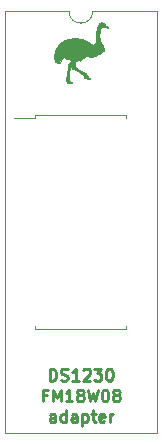
<source format=gbr>
%TF.GenerationSoftware,KiCad,Pcbnew,(5.1.6)-1*%
%TF.CreationDate,2021-05-02T16:05:47+02:00*%
%TF.ProjectId,nv-fram,6e762d66-7261-46d2-9e6b-696361645f70,rev?*%
%TF.SameCoordinates,Original*%
%TF.FileFunction,Legend,Top*%
%TF.FilePolarity,Positive*%
%FSLAX46Y46*%
G04 Gerber Fmt 4.6, Leading zero omitted, Abs format (unit mm)*
G04 Created by KiCad (PCBNEW (5.1.6)-1) date 2021-05-02 16:05:47*
%MOMM*%
%LPD*%
G01*
G04 APERTURE LIST*
%ADD10C,0.250000*%
%ADD11C,0.010000*%
%ADD12C,0.120000*%
G04 APERTURE END LIST*
D10*
X142137142Y-102334380D02*
X142137142Y-101334380D01*
X142375238Y-101334380D01*
X142518095Y-101382000D01*
X142613333Y-101477238D01*
X142660952Y-101572476D01*
X142708571Y-101762952D01*
X142708571Y-101905809D01*
X142660952Y-102096285D01*
X142613333Y-102191523D01*
X142518095Y-102286761D01*
X142375238Y-102334380D01*
X142137142Y-102334380D01*
X143089523Y-102286761D02*
X143232380Y-102334380D01*
X143470476Y-102334380D01*
X143565714Y-102286761D01*
X143613333Y-102239142D01*
X143660952Y-102143904D01*
X143660952Y-102048666D01*
X143613333Y-101953428D01*
X143565714Y-101905809D01*
X143470476Y-101858190D01*
X143280000Y-101810571D01*
X143184761Y-101762952D01*
X143137142Y-101715333D01*
X143089523Y-101620095D01*
X143089523Y-101524857D01*
X143137142Y-101429619D01*
X143184761Y-101382000D01*
X143280000Y-101334380D01*
X143518095Y-101334380D01*
X143660952Y-101382000D01*
X144613333Y-102334380D02*
X144041904Y-102334380D01*
X144327619Y-102334380D02*
X144327619Y-101334380D01*
X144232380Y-101477238D01*
X144137142Y-101572476D01*
X144041904Y-101620095D01*
X144994285Y-101429619D02*
X145041904Y-101382000D01*
X145137142Y-101334380D01*
X145375238Y-101334380D01*
X145470476Y-101382000D01*
X145518095Y-101429619D01*
X145565714Y-101524857D01*
X145565714Y-101620095D01*
X145518095Y-101762952D01*
X144946666Y-102334380D01*
X145565714Y-102334380D01*
X145899047Y-101334380D02*
X146518095Y-101334380D01*
X146184761Y-101715333D01*
X146327619Y-101715333D01*
X146422857Y-101762952D01*
X146470476Y-101810571D01*
X146518095Y-101905809D01*
X146518095Y-102143904D01*
X146470476Y-102239142D01*
X146422857Y-102286761D01*
X146327619Y-102334380D01*
X146041904Y-102334380D01*
X145946666Y-102286761D01*
X145899047Y-102239142D01*
X147137142Y-101334380D02*
X147232380Y-101334380D01*
X147327619Y-101382000D01*
X147375238Y-101429619D01*
X147422857Y-101524857D01*
X147470476Y-101715333D01*
X147470476Y-101953428D01*
X147422857Y-102143904D01*
X147375238Y-102239142D01*
X147327619Y-102286761D01*
X147232380Y-102334380D01*
X147137142Y-102334380D01*
X147041904Y-102286761D01*
X146994285Y-102239142D01*
X146946666Y-102143904D01*
X146899047Y-101953428D01*
X146899047Y-101715333D01*
X146946666Y-101524857D01*
X146994285Y-101429619D01*
X147041904Y-101382000D01*
X147137142Y-101334380D01*
X141875238Y-103560571D02*
X141541904Y-103560571D01*
X141541904Y-104084380D02*
X141541904Y-103084380D01*
X142018095Y-103084380D01*
X142399047Y-104084380D02*
X142399047Y-103084380D01*
X142732380Y-103798666D01*
X143065714Y-103084380D01*
X143065714Y-104084380D01*
X144065714Y-104084380D02*
X143494285Y-104084380D01*
X143780000Y-104084380D02*
X143780000Y-103084380D01*
X143684761Y-103227238D01*
X143589523Y-103322476D01*
X143494285Y-103370095D01*
X144637142Y-103512952D02*
X144541904Y-103465333D01*
X144494285Y-103417714D01*
X144446666Y-103322476D01*
X144446666Y-103274857D01*
X144494285Y-103179619D01*
X144541904Y-103132000D01*
X144637142Y-103084380D01*
X144827619Y-103084380D01*
X144922857Y-103132000D01*
X144970476Y-103179619D01*
X145018095Y-103274857D01*
X145018095Y-103322476D01*
X144970476Y-103417714D01*
X144922857Y-103465333D01*
X144827619Y-103512952D01*
X144637142Y-103512952D01*
X144541904Y-103560571D01*
X144494285Y-103608190D01*
X144446666Y-103703428D01*
X144446666Y-103893904D01*
X144494285Y-103989142D01*
X144541904Y-104036761D01*
X144637142Y-104084380D01*
X144827619Y-104084380D01*
X144922857Y-104036761D01*
X144970476Y-103989142D01*
X145018095Y-103893904D01*
X145018095Y-103703428D01*
X144970476Y-103608190D01*
X144922857Y-103560571D01*
X144827619Y-103512952D01*
X145351428Y-103084380D02*
X145589523Y-104084380D01*
X145780000Y-103370095D01*
X145970476Y-104084380D01*
X146208571Y-103084380D01*
X146780000Y-103084380D02*
X146875238Y-103084380D01*
X146970476Y-103132000D01*
X147018095Y-103179619D01*
X147065714Y-103274857D01*
X147113333Y-103465333D01*
X147113333Y-103703428D01*
X147065714Y-103893904D01*
X147018095Y-103989142D01*
X146970476Y-104036761D01*
X146875238Y-104084380D01*
X146780000Y-104084380D01*
X146684761Y-104036761D01*
X146637142Y-103989142D01*
X146589523Y-103893904D01*
X146541904Y-103703428D01*
X146541904Y-103465333D01*
X146589523Y-103274857D01*
X146637142Y-103179619D01*
X146684761Y-103132000D01*
X146780000Y-103084380D01*
X147684761Y-103512952D02*
X147589523Y-103465333D01*
X147541904Y-103417714D01*
X147494285Y-103322476D01*
X147494285Y-103274857D01*
X147541904Y-103179619D01*
X147589523Y-103132000D01*
X147684761Y-103084380D01*
X147875238Y-103084380D01*
X147970476Y-103132000D01*
X148018095Y-103179619D01*
X148065714Y-103274857D01*
X148065714Y-103322476D01*
X148018095Y-103417714D01*
X147970476Y-103465333D01*
X147875238Y-103512952D01*
X147684761Y-103512952D01*
X147589523Y-103560571D01*
X147541904Y-103608190D01*
X147494285Y-103703428D01*
X147494285Y-103893904D01*
X147541904Y-103989142D01*
X147589523Y-104036761D01*
X147684761Y-104084380D01*
X147875238Y-104084380D01*
X147970476Y-104036761D01*
X148018095Y-103989142D01*
X148065714Y-103893904D01*
X148065714Y-103703428D01*
X148018095Y-103608190D01*
X147970476Y-103560571D01*
X147875238Y-103512952D01*
X142613333Y-105834380D02*
X142613333Y-105310571D01*
X142565714Y-105215333D01*
X142470476Y-105167714D01*
X142280000Y-105167714D01*
X142184761Y-105215333D01*
X142613333Y-105786761D02*
X142518095Y-105834380D01*
X142280000Y-105834380D01*
X142184761Y-105786761D01*
X142137142Y-105691523D01*
X142137142Y-105596285D01*
X142184761Y-105501047D01*
X142280000Y-105453428D01*
X142518095Y-105453428D01*
X142613333Y-105405809D01*
X143518095Y-105834380D02*
X143518095Y-104834380D01*
X143518095Y-105786761D02*
X143422857Y-105834380D01*
X143232380Y-105834380D01*
X143137142Y-105786761D01*
X143089523Y-105739142D01*
X143041904Y-105643904D01*
X143041904Y-105358190D01*
X143089523Y-105262952D01*
X143137142Y-105215333D01*
X143232380Y-105167714D01*
X143422857Y-105167714D01*
X143518095Y-105215333D01*
X144422857Y-105834380D02*
X144422857Y-105310571D01*
X144375238Y-105215333D01*
X144280000Y-105167714D01*
X144089523Y-105167714D01*
X143994285Y-105215333D01*
X144422857Y-105786761D02*
X144327619Y-105834380D01*
X144089523Y-105834380D01*
X143994285Y-105786761D01*
X143946666Y-105691523D01*
X143946666Y-105596285D01*
X143994285Y-105501047D01*
X144089523Y-105453428D01*
X144327619Y-105453428D01*
X144422857Y-105405809D01*
X144899047Y-105167714D02*
X144899047Y-106167714D01*
X144899047Y-105215333D02*
X144994285Y-105167714D01*
X145184761Y-105167714D01*
X145280000Y-105215333D01*
X145327619Y-105262952D01*
X145375238Y-105358190D01*
X145375238Y-105643904D01*
X145327619Y-105739142D01*
X145280000Y-105786761D01*
X145184761Y-105834380D01*
X144994285Y-105834380D01*
X144899047Y-105786761D01*
X145660952Y-105167714D02*
X146041904Y-105167714D01*
X145803809Y-104834380D02*
X145803809Y-105691523D01*
X145851428Y-105786761D01*
X145946666Y-105834380D01*
X146041904Y-105834380D01*
X146756190Y-105786761D02*
X146660952Y-105834380D01*
X146470476Y-105834380D01*
X146375238Y-105786761D01*
X146327619Y-105691523D01*
X146327619Y-105310571D01*
X146375238Y-105215333D01*
X146470476Y-105167714D01*
X146660952Y-105167714D01*
X146756190Y-105215333D01*
X146803809Y-105310571D01*
X146803809Y-105405809D01*
X146327619Y-105501047D01*
X147232380Y-105834380D02*
X147232380Y-105167714D01*
X147232380Y-105358190D02*
X147280000Y-105262952D01*
X147327619Y-105215333D01*
X147422857Y-105167714D01*
X147518095Y-105167714D01*
D11*
%TO.C,G\u002A\u002A\u002A*%
G36*
X146513200Y-71995160D02*
G01*
X146551212Y-72001067D01*
X146569012Y-72005419D01*
X146622396Y-72022821D01*
X146669915Y-72044946D01*
X146712122Y-72072051D01*
X146714308Y-72073698D01*
X146740168Y-72095733D01*
X146760973Y-72119379D01*
X146778967Y-72147313D01*
X146784443Y-72157493D01*
X146800979Y-72188140D01*
X146816363Y-72213279D01*
X146831983Y-72234443D01*
X146849232Y-72253164D01*
X146869499Y-72270974D01*
X146894175Y-72289405D01*
X146920088Y-72306991D01*
X146954328Y-72330717D01*
X146983563Y-72353329D01*
X147007387Y-72374428D01*
X147025395Y-72393614D01*
X147037183Y-72410490D01*
X147042346Y-72424655D01*
X147042554Y-72427635D01*
X147040816Y-72436411D01*
X147034125Y-72440755D01*
X147032056Y-72441332D01*
X147021479Y-72442158D01*
X147004795Y-72441236D01*
X146983465Y-72438762D01*
X146958951Y-72434933D01*
X146932715Y-72429948D01*
X146909692Y-72424838D01*
X146890315Y-72420280D01*
X146871482Y-72415943D01*
X146855893Y-72412447D01*
X146849123Y-72410988D01*
X146834417Y-72407815D01*
X146820350Y-72404622D01*
X146815908Y-72403561D01*
X146808780Y-72402023D01*
X146799881Y-72400571D01*
X146787870Y-72399043D01*
X146771401Y-72397276D01*
X146749133Y-72395108D01*
X146735960Y-72393874D01*
X146725453Y-72394053D01*
X146708948Y-72395705D01*
X146688064Y-72398563D01*
X146664422Y-72402358D01*
X146639642Y-72406825D01*
X146615345Y-72411694D01*
X146593150Y-72416698D01*
X146584254Y-72418930D01*
X146545805Y-72431573D01*
X146511455Y-72448115D01*
X146482120Y-72467948D01*
X146458716Y-72490465D01*
X146443581Y-72512332D01*
X146439167Y-72522268D01*
X146433198Y-72538204D01*
X146426170Y-72558596D01*
X146418578Y-72581902D01*
X146410918Y-72606579D01*
X146403685Y-72631086D01*
X146397375Y-72653879D01*
X146394386Y-72665493D01*
X146385105Y-72707982D01*
X146376647Y-72756999D01*
X146369188Y-72811280D01*
X146362902Y-72869563D01*
X146358327Y-72925354D01*
X146356888Y-72952022D01*
X146355859Y-72984253D01*
X146355219Y-73021097D01*
X146354947Y-73061603D01*
X146355023Y-73104821D01*
X146355425Y-73149802D01*
X146356133Y-73195595D01*
X146357125Y-73241250D01*
X146358381Y-73285817D01*
X146359880Y-73328346D01*
X146361601Y-73367887D01*
X146363523Y-73403489D01*
X146365626Y-73434204D01*
X146367887Y-73459080D01*
X146370288Y-73477167D01*
X146370485Y-73478293D01*
X146377068Y-73514074D01*
X146382958Y-73543589D01*
X146388607Y-73568302D01*
X146394467Y-73589676D01*
X146400991Y-73609178D01*
X146408630Y-73628270D01*
X146417837Y-73648418D01*
X146429065Y-73671085D01*
X146431502Y-73675873D01*
X146443781Y-73699122D01*
X146456910Y-73722261D01*
X146471476Y-73746171D01*
X146488068Y-73771733D01*
X146507272Y-73799829D01*
X146529677Y-73831339D01*
X146555871Y-73867147D01*
X146585894Y-73907403D01*
X146604185Y-73931980D01*
X146621518Y-73955688D01*
X146637157Y-73977488D01*
X146650366Y-73996340D01*
X146660407Y-74011204D01*
X146666543Y-74021040D01*
X146667046Y-74021952D01*
X146672749Y-74034363D01*
X146679652Y-74052117D01*
X146686951Y-74073003D01*
X146693841Y-74094809D01*
X146694944Y-74098550D01*
X146704921Y-74137343D01*
X146712104Y-74176350D01*
X146716729Y-74217533D01*
X146719035Y-74262856D01*
X146719383Y-74300862D01*
X146719158Y-74323217D01*
X146718552Y-74339832D01*
X146717266Y-74352782D01*
X146715001Y-74364141D01*
X146711457Y-74375985D01*
X146706565Y-74389762D01*
X146698914Y-74408727D01*
X146692390Y-74420201D01*
X146686596Y-74424355D01*
X146681134Y-74421362D01*
X146675608Y-74411396D01*
X146672897Y-74404416D01*
X146668550Y-74393511D01*
X146664905Y-74386419D01*
X146663385Y-74384877D01*
X146659098Y-74388162D01*
X146652324Y-74397051D01*
X146643943Y-74410090D01*
X146634831Y-74425829D01*
X146625865Y-74442815D01*
X146617924Y-74459597D01*
X146617145Y-74461379D01*
X146608131Y-74482121D01*
X146601482Y-74496898D01*
X146596480Y-74506931D01*
X146592410Y-74513437D01*
X146588554Y-74517637D01*
X146584198Y-74520749D01*
X146581222Y-74522498D01*
X146573188Y-74526627D01*
X146568658Y-74526308D01*
X146564463Y-74521156D01*
X146563968Y-74520403D01*
X146560695Y-74511163D01*
X146558086Y-74494776D01*
X146556241Y-74471887D01*
X146556103Y-74469285D01*
X146555034Y-74451687D01*
X146553810Y-74436959D01*
X146552598Y-74426869D01*
X146551756Y-74423336D01*
X146548179Y-74422641D01*
X146543200Y-74428011D01*
X146537659Y-74438022D01*
X146532395Y-74451252D01*
X146529471Y-74461093D01*
X146519935Y-74491529D01*
X146508604Y-74515158D01*
X146495050Y-74532867D01*
X146494934Y-74532985D01*
X146481716Y-74543826D01*
X146465458Y-74553586D01*
X146448849Y-74560913D01*
X146434579Y-74564455D01*
X146432024Y-74564593D01*
X146425980Y-74565761D01*
X146419498Y-74569948D01*
X146411349Y-74578244D01*
X146400304Y-74591736D01*
X146397825Y-74594916D01*
X146380354Y-74617210D01*
X146366611Y-74634084D01*
X146355703Y-74646423D01*
X146346740Y-74655111D01*
X146338830Y-74661033D01*
X146331081Y-74665074D01*
X146324729Y-74667437D01*
X146312939Y-74670776D01*
X146305722Y-74670397D01*
X146301538Y-74665114D01*
X146298847Y-74653743D01*
X146297766Y-74646693D01*
X146295138Y-74631740D01*
X146292118Y-74624233D01*
X146287820Y-74623815D01*
X146281355Y-74630133D01*
X146275489Y-74637792D01*
X146265950Y-74649525D01*
X146252941Y-74663889D01*
X146238825Y-74678310D01*
X146234522Y-74682457D01*
X146208911Y-74705324D01*
X146187317Y-74721564D01*
X146169669Y-74731207D01*
X146155898Y-74734287D01*
X146145931Y-74730835D01*
X146141328Y-74724846D01*
X146136643Y-74714467D01*
X146133970Y-74707262D01*
X146132153Y-74703901D01*
X146128992Y-74704196D01*
X146123318Y-74708870D01*
X146113959Y-74718648D01*
X146111854Y-74720939D01*
X146100928Y-74733268D01*
X146087214Y-74749322D01*
X146072759Y-74766683D01*
X146063672Y-74777851D01*
X146037391Y-74808566D01*
X146013295Y-74832453D01*
X145990769Y-74849981D01*
X145969195Y-74861619D01*
X145947958Y-74867833D01*
X145944497Y-74868363D01*
X145933610Y-74868971D01*
X145928054Y-74866648D01*
X145926602Y-74864183D01*
X145926586Y-74858521D01*
X145927983Y-74846524D01*
X145930591Y-74829505D01*
X145934210Y-74808775D01*
X145938636Y-74785648D01*
X145938724Y-74785212D01*
X145944593Y-74754806D01*
X145948398Y-74731852D01*
X145949918Y-74716209D01*
X145948931Y-74707733D01*
X145945213Y-74706283D01*
X145938542Y-74711714D01*
X145928696Y-74723885D01*
X145915453Y-74742653D01*
X145902497Y-74761969D01*
X145883923Y-74789464D01*
X145868321Y-74811219D01*
X145854789Y-74828281D01*
X145842429Y-74841700D01*
X145830341Y-74852525D01*
X145817623Y-74861805D01*
X145815802Y-74863001D01*
X145797043Y-74874715D01*
X145781483Y-74883084D01*
X145766142Y-74889545D01*
X145749108Y-74895213D01*
X145734203Y-74899330D01*
X145724951Y-74900197D01*
X145719725Y-74897412D01*
X145716897Y-74890567D01*
X145716150Y-74887016D01*
X145713582Y-74877999D01*
X145710574Y-74873465D01*
X145710073Y-74873339D01*
X145705325Y-74874511D01*
X145694524Y-74877744D01*
X145679031Y-74882615D01*
X145660201Y-74888700D01*
X145648652Y-74892498D01*
X145617135Y-74902665D01*
X145591834Y-74910161D01*
X145571696Y-74915194D01*
X145555671Y-74917972D01*
X145542709Y-74918702D01*
X145531757Y-74917592D01*
X145527137Y-74916530D01*
X145517156Y-74912983D01*
X145511343Y-74909255D01*
X145510738Y-74907982D01*
X145511921Y-74900664D01*
X145514990Y-74888446D01*
X145519222Y-74873795D01*
X145523898Y-74859178D01*
X145528295Y-74847062D01*
X145529157Y-74844968D01*
X145532537Y-74835249D01*
X145533394Y-74828805D01*
X145533015Y-74827882D01*
X145528630Y-74828228D01*
X145518510Y-74830965D01*
X145504195Y-74835629D01*
X145488442Y-74841299D01*
X145453466Y-74854227D01*
X145424913Y-74864315D01*
X145402002Y-74871751D01*
X145383951Y-74876721D01*
X145369979Y-74879412D01*
X145359303Y-74880012D01*
X145351142Y-74878708D01*
X145344723Y-74875692D01*
X145339330Y-74871338D01*
X145336365Y-74865724D01*
X145335122Y-74856569D01*
X145334892Y-74843941D01*
X145334908Y-74833414D01*
X145334213Y-74825988D01*
X145331696Y-74821319D01*
X145326245Y-74819064D01*
X145316748Y-74818877D01*
X145302095Y-74820416D01*
X145281173Y-74823335D01*
X145272369Y-74824590D01*
X145244277Y-74829041D01*
X145222305Y-74833992D01*
X145204770Y-74840326D01*
X145189986Y-74848928D01*
X145176268Y-74860682D01*
X145161931Y-74876472D01*
X145153259Y-74887087D01*
X145124205Y-74921175D01*
X145096793Y-74948424D01*
X145070255Y-74969430D01*
X145043820Y-74984790D01*
X145016720Y-74995098D01*
X145012189Y-74996339D01*
X144994079Y-75001389D01*
X144978615Y-75006759D01*
X144964644Y-75013235D01*
X144951011Y-75021608D01*
X144936562Y-75032666D01*
X144920144Y-75047196D01*
X144900602Y-75065987D01*
X144879815Y-75086763D01*
X144856095Y-75109245D01*
X144828677Y-75132878D01*
X144800003Y-75155687D01*
X144772513Y-75175698D01*
X144757772Y-75185434D01*
X144746880Y-75192602D01*
X144739051Y-75198351D01*
X144736280Y-75201045D01*
X144732630Y-75203922D01*
X144724110Y-75209275D01*
X144712769Y-75215941D01*
X144700654Y-75222757D01*
X144689813Y-75228562D01*
X144682294Y-75232194D01*
X144680251Y-75232846D01*
X144680358Y-75229691D01*
X144682975Y-75221684D01*
X144687222Y-75211018D01*
X144692218Y-75199884D01*
X144697084Y-75190472D01*
X144697688Y-75189445D01*
X144702634Y-75181685D01*
X144710649Y-75169622D01*
X144720324Y-75155363D01*
X144724598Y-75149149D01*
X144735517Y-75131769D01*
X144744804Y-75114048D01*
X144751736Y-75097680D01*
X144755592Y-75084364D01*
X144755713Y-75075970D01*
X144752154Y-75075942D01*
X144744189Y-75079784D01*
X144734964Y-75085699D01*
X144710391Y-75102844D01*
X144690691Y-75116271D01*
X144674429Y-75126880D01*
X144660172Y-75135568D01*
X144646487Y-75143234D01*
X144631938Y-75150778D01*
X144627895Y-75152801D01*
X144609967Y-75161486D01*
X144587585Y-75171975D01*
X144563487Y-75183004D01*
X144540407Y-75193307D01*
X144538325Y-75194221D01*
X144492560Y-75215427D01*
X144452857Y-75236432D01*
X144417547Y-75258162D01*
X144397413Y-75272196D01*
X144384592Y-75281110D01*
X144373704Y-75287883D01*
X144366603Y-75291387D01*
X144365466Y-75291633D01*
X144358492Y-75293052D01*
X144347850Y-75296383D01*
X144344292Y-75297672D01*
X144332123Y-75301739D01*
X144321508Y-75304480D01*
X144319595Y-75304809D01*
X144310938Y-75307243D01*
X144306968Y-75309638D01*
X144304407Y-75315040D01*
X144300563Y-75326749D01*
X144295782Y-75343428D01*
X144290413Y-75363740D01*
X144284803Y-75386350D01*
X144279299Y-75409919D01*
X144274250Y-75433113D01*
X144272062Y-75443862D01*
X144262077Y-75499065D01*
X144254953Y-75549268D01*
X144250701Y-75594108D01*
X144249330Y-75633221D01*
X144250852Y-75666244D01*
X144255276Y-75692814D01*
X144262614Y-75712567D01*
X144264291Y-75715445D01*
X144271563Y-75723779D01*
X144282963Y-75733493D01*
X144293511Y-75740846D01*
X144313000Y-75756052D01*
X144328200Y-75775467D01*
X144328956Y-75776688D01*
X144341688Y-75794112D01*
X144359959Y-75814425D01*
X144382580Y-75836539D01*
X144408362Y-75859364D01*
X144436117Y-75881813D01*
X144464657Y-75902796D01*
X144472474Y-75908157D01*
X144500154Y-75926516D01*
X144533387Y-75948037D01*
X144571023Y-75972014D01*
X144611914Y-75997740D01*
X144654910Y-76024508D01*
X144698863Y-76051612D01*
X144742623Y-76078345D01*
X144785042Y-76103999D01*
X144824970Y-76127869D01*
X144861258Y-76149246D01*
X144892758Y-76167425D01*
X144907000Y-76175455D01*
X144928021Y-76186673D01*
X144952515Y-76198970D01*
X144976715Y-76210483D01*
X144989062Y-76216037D01*
X145017099Y-76228640D01*
X145046046Y-76242282D01*
X145074646Y-76256315D01*
X145101644Y-76270092D01*
X145125781Y-76282966D01*
X145145801Y-76294291D01*
X145160448Y-76303420D01*
X145164748Y-76306483D01*
X145178386Y-76318594D01*
X145186366Y-76330462D01*
X145188729Y-76336813D01*
X145195604Y-76357246D01*
X145205193Y-76381895D01*
X145216403Y-76408149D01*
X145228139Y-76433398D01*
X145234497Y-76446052D01*
X145242691Y-76460872D01*
X145251228Y-76473820D01*
X145261327Y-76486303D01*
X145274212Y-76499726D01*
X145291102Y-76515494D01*
X145307332Y-76529879D01*
X145329167Y-76552506D01*
X145342956Y-76573676D01*
X145355236Y-76592025D01*
X145373837Y-76611813D01*
X145397628Y-76632116D01*
X145425479Y-76652013D01*
X145456260Y-76670580D01*
X145471429Y-76678590D01*
X145501825Y-76697906D01*
X145526604Y-76722081D01*
X145545242Y-76750418D01*
X145557209Y-76782219D01*
X145560041Y-76795943D01*
X145561118Y-76809378D01*
X145558521Y-76816929D01*
X145551440Y-76819049D01*
X145539063Y-76816194D01*
X145529995Y-76812785D01*
X145498380Y-76802671D01*
X145467460Y-76797789D01*
X145441793Y-76798218D01*
X145419725Y-76797794D01*
X145394088Y-76792225D01*
X145366555Y-76782166D01*
X145338800Y-76768266D01*
X145312496Y-76751179D01*
X145303860Y-76744498D01*
X145289292Y-76732806D01*
X145274443Y-76721106D01*
X145260625Y-76710405D01*
X145249149Y-76701710D01*
X145241329Y-76696029D01*
X145238525Y-76694323D01*
X145236387Y-76697527D01*
X145232679Y-76705427D01*
X145231864Y-76707344D01*
X145221554Y-76723855D01*
X145207405Y-76733691D01*
X145189814Y-76736599D01*
X145186400Y-76736375D01*
X145163900Y-76731049D01*
X145140256Y-76720130D01*
X145117448Y-76705034D01*
X145097458Y-76687177D01*
X145082266Y-76667973D01*
X145077061Y-76658247D01*
X145072952Y-76646836D01*
X145068241Y-76630545D01*
X145063712Y-76612187D01*
X145062035Y-76604446D01*
X145051850Y-76564056D01*
X145038909Y-76529792D01*
X145022417Y-76500217D01*
X145001580Y-76473893D01*
X144977081Y-76450624D01*
X144956343Y-76433925D01*
X144929603Y-76413731D01*
X144897592Y-76390517D01*
X144861040Y-76364758D01*
X144820679Y-76336928D01*
X144777239Y-76307502D01*
X144731451Y-76276954D01*
X144684046Y-76245760D01*
X144635754Y-76214394D01*
X144587306Y-76183330D01*
X144539433Y-76153043D01*
X144492866Y-76124007D01*
X144448335Y-76096698D01*
X144406571Y-76071590D01*
X144368304Y-76049157D01*
X144334266Y-76029874D01*
X144305188Y-76014216D01*
X144305167Y-76014205D01*
X144277996Y-76001326D01*
X144246884Y-75988574D01*
X144215581Y-75977463D01*
X144209428Y-75975510D01*
X144165355Y-75961372D01*
X144128319Y-75948394D01*
X144097685Y-75936243D01*
X144072816Y-75924587D01*
X144053080Y-75913095D01*
X144037839Y-75901434D01*
X144026460Y-75889273D01*
X144018306Y-75876280D01*
X144017866Y-75875386D01*
X144013426Y-75864990D01*
X144011203Y-75855312D01*
X144010839Y-75843492D01*
X144011897Y-75827601D01*
X144013800Y-75807973D01*
X144016597Y-75782346D01*
X144020071Y-75752460D01*
X144024006Y-75720054D01*
X144028186Y-75686864D01*
X144032393Y-75654631D01*
X144036412Y-75625092D01*
X144040027Y-75599985D01*
X144041178Y-75592424D01*
X144043948Y-75573906D01*
X144046068Y-75558421D01*
X144047345Y-75547468D01*
X144047589Y-75542550D01*
X144047539Y-75542437D01*
X144044908Y-75544895D01*
X144038734Y-75552643D01*
X144029864Y-75564500D01*
X144019142Y-75579287D01*
X144007412Y-75595824D01*
X143995520Y-75612933D01*
X143984309Y-75629433D01*
X143974625Y-75644146D01*
X143974007Y-75645108D01*
X143955977Y-75674993D01*
X143941908Y-75702852D01*
X143930287Y-75732024D01*
X143920193Y-75763800D01*
X143914300Y-75783429D01*
X143909435Y-75797323D01*
X143904690Y-75807316D01*
X143899157Y-75815246D01*
X143891928Y-75822947D01*
X143890039Y-75824776D01*
X143883367Y-75831881D01*
X143877479Y-75840045D01*
X143872125Y-75850089D01*
X143867052Y-75862834D01*
X143862009Y-75879100D01*
X143856745Y-75899709D01*
X143851007Y-75925481D01*
X143844546Y-75957237D01*
X143837108Y-75995797D01*
X143836241Y-76000378D01*
X143813762Y-76123095D01*
X143794109Y-76238554D01*
X143777278Y-76346780D01*
X143763266Y-76447801D01*
X143752070Y-76541642D01*
X143743686Y-76628330D01*
X143738111Y-76707893D01*
X143735342Y-76780356D01*
X143735018Y-76807646D01*
X143734945Y-76840889D01*
X143735238Y-76867450D01*
X143736270Y-76888464D01*
X143738416Y-76905065D01*
X143742048Y-76918386D01*
X143747542Y-76929563D01*
X143755269Y-76939728D01*
X143765605Y-76950016D01*
X143778923Y-76961561D01*
X143788334Y-76969425D01*
X143804771Y-76982698D01*
X143820747Y-76994836D01*
X143834471Y-77004525D01*
X143844151Y-77010448D01*
X143844396Y-77010572D01*
X143856859Y-77015151D01*
X143875681Y-77019872D01*
X143899424Y-77024400D01*
X143913202Y-77026562D01*
X143942820Y-77031017D01*
X143965813Y-77034796D01*
X143983312Y-77038156D01*
X143996452Y-77041351D01*
X144006366Y-77044637D01*
X144014186Y-77048269D01*
X144017122Y-77049961D01*
X144027278Y-77059380D01*
X144029940Y-77070780D01*
X144025105Y-77084236D01*
X144015612Y-77096782D01*
X144006418Y-77105810D01*
X143996429Y-77112799D01*
X143984692Y-77117878D01*
X143970249Y-77121175D01*
X143952145Y-77122818D01*
X143929425Y-77122937D01*
X143901134Y-77121658D01*
X143866316Y-77119110D01*
X143855831Y-77118235D01*
X143810449Y-77114352D01*
X143772140Y-77111011D01*
X143740186Y-77108132D01*
X143713870Y-77105632D01*
X143692474Y-77103433D01*
X143675281Y-77101452D01*
X143661572Y-77099609D01*
X143650630Y-77097823D01*
X143641738Y-77096014D01*
X143634177Y-77094101D01*
X143629702Y-77092784D01*
X143609934Y-77085450D01*
X143596082Y-77076653D01*
X143586255Y-77064555D01*
X143578563Y-77047318D01*
X143576431Y-77041001D01*
X143566559Y-77016829D01*
X143553852Y-76998411D01*
X143536912Y-76983819D01*
X143533174Y-76981367D01*
X143519322Y-76968698D01*
X143507484Y-76949492D01*
X143502279Y-76937902D01*
X143498853Y-76927083D01*
X143496746Y-76914666D01*
X143495500Y-76898284D01*
X143494953Y-76884973D01*
X143494781Y-76864078D01*
X143495513Y-76842718D01*
X143496999Y-76824158D01*
X143498041Y-76816588D01*
X143499851Y-76807632D01*
X143503341Y-76791924D01*
X143508313Y-76770302D01*
X143514569Y-76743602D01*
X143521912Y-76712658D01*
X143530145Y-76678307D01*
X143539070Y-76641385D01*
X143548488Y-76602729D01*
X143550938Y-76592723D01*
X143565484Y-76533162D01*
X143578298Y-76480076D01*
X143589591Y-76432373D01*
X143599578Y-76388958D01*
X143608471Y-76348737D01*
X143616482Y-76310617D01*
X143623825Y-76273505D01*
X143630712Y-76236305D01*
X143637355Y-76197926D01*
X143643968Y-76157272D01*
X143650763Y-76113250D01*
X143657952Y-76064767D01*
X143665750Y-76010729D01*
X143670184Y-75979586D01*
X143677423Y-75928147D01*
X143683533Y-75883721D01*
X143688594Y-75845597D01*
X143692687Y-75813068D01*
X143695891Y-75785425D01*
X143698287Y-75761958D01*
X143699955Y-75741958D01*
X143700976Y-75724717D01*
X143701431Y-75709525D01*
X143701472Y-75703621D01*
X143702896Y-75664914D01*
X143706934Y-75625761D01*
X143713252Y-75587984D01*
X143721515Y-75553406D01*
X143731388Y-75523851D01*
X143736698Y-75511783D01*
X143745686Y-75496386D01*
X143756822Y-75481402D01*
X143764969Y-75472707D01*
X143797539Y-75441693D01*
X143830716Y-75407730D01*
X143863641Y-75371859D01*
X143895453Y-75335124D01*
X143925294Y-75298566D01*
X143952303Y-75263227D01*
X143975622Y-75230150D01*
X143994390Y-75200377D01*
X144003877Y-75183023D01*
X144014224Y-75162508D01*
X143942843Y-75162502D01*
X143916425Y-75162393D01*
X143896569Y-75162004D01*
X143882023Y-75161234D01*
X143871535Y-75159983D01*
X143863853Y-75158150D01*
X143857785Y-75155663D01*
X143848789Y-75150000D01*
X143843785Y-75143328D01*
X143842978Y-75134755D01*
X143846576Y-75123391D01*
X143854784Y-75108344D01*
X143867811Y-75088721D01*
X143875960Y-75077242D01*
X143886133Y-75062811D01*
X143895058Y-75049616D01*
X143901352Y-75039724D01*
X143902953Y-75036910D01*
X143908346Y-75026588D01*
X143850526Y-75043665D01*
X143821883Y-75052274D01*
X143799630Y-75059360D01*
X143782593Y-75065367D01*
X143769597Y-75070738D01*
X143759470Y-75075917D01*
X143751303Y-75081158D01*
X143739636Y-75086610D01*
X143730716Y-75085539D01*
X143725376Y-75079000D01*
X143724453Y-75068048D01*
X143728781Y-75053737D01*
X143729083Y-75053093D01*
X143735172Y-75039015D01*
X143740016Y-75025479D01*
X143742991Y-75014507D01*
X143743475Y-75008120D01*
X143743144Y-75007488D01*
X143739191Y-75008932D01*
X143729658Y-75015149D01*
X143714925Y-75025854D01*
X143695370Y-75040762D01*
X143671372Y-75059589D01*
X143643309Y-75082049D01*
X143634673Y-75089032D01*
X143613253Y-75105781D01*
X143595995Y-75117676D01*
X143581557Y-75125416D01*
X143568597Y-75129696D01*
X143555773Y-75131213D01*
X143553332Y-75131246D01*
X143541004Y-75129755D01*
X143533234Y-75124527D01*
X143531714Y-75122561D01*
X143528304Y-75116323D01*
X143526442Y-75108639D01*
X143526152Y-75098175D01*
X143527459Y-75083598D01*
X143530388Y-75063574D01*
X143533136Y-75047231D01*
X143535847Y-75029673D01*
X143537513Y-75014933D01*
X143537980Y-75004711D01*
X143537313Y-75000839D01*
X143532927Y-75001482D01*
X143523537Y-75005906D01*
X143510527Y-75013389D01*
X143498047Y-75021354D01*
X143477621Y-75034117D01*
X143461907Y-75041913D01*
X143449889Y-75045088D01*
X143440547Y-75043987D01*
X143436882Y-75042150D01*
X143430481Y-75034082D01*
X143424642Y-75018555D01*
X143419468Y-74995913D01*
X143416006Y-74973850D01*
X143413332Y-74957105D01*
X143410310Y-74943172D01*
X143407394Y-74933958D01*
X143405886Y-74931490D01*
X143402172Y-74929762D01*
X143396422Y-74929770D01*
X143387707Y-74931811D01*
X143375099Y-74936184D01*
X143357669Y-74943187D01*
X143334488Y-74953120D01*
X143323089Y-74958116D01*
X143303542Y-74966629D01*
X143289766Y-74972263D01*
X143280419Y-74975377D01*
X143274158Y-74976329D01*
X143269642Y-74975479D01*
X143265863Y-74973406D01*
X143261144Y-74968181D01*
X143253528Y-74957265D01*
X143243781Y-74941867D01*
X143232671Y-74923198D01*
X143221576Y-74903575D01*
X143204811Y-74873305D01*
X143191153Y-74848996D01*
X143180025Y-74829716D01*
X143170851Y-74814532D01*
X143163053Y-74802512D01*
X143156056Y-74792723D01*
X143149282Y-74784235D01*
X143143991Y-74778150D01*
X143134781Y-74768450D01*
X143129184Y-74764316D01*
X143126122Y-74765067D01*
X143125432Y-74766401D01*
X143123953Y-74776770D01*
X143124624Y-74793800D01*
X143127315Y-74816675D01*
X143131899Y-74844578D01*
X143138246Y-74876696D01*
X143146228Y-74912211D01*
X143152506Y-74937816D01*
X143159019Y-74965372D01*
X143164448Y-74991960D01*
X143168636Y-75016431D01*
X143171425Y-75037636D01*
X143172657Y-75054425D01*
X143172173Y-75065650D01*
X143170632Y-75069685D01*
X143165826Y-75071174D01*
X143159487Y-75066160D01*
X143158748Y-75065323D01*
X143138526Y-75041122D01*
X143118429Y-75015106D01*
X143102370Y-74993063D01*
X143091721Y-74978672D01*
X143081781Y-74966136D01*
X143073999Y-74957244D01*
X143071108Y-74954510D01*
X143062170Y-74949623D01*
X143053173Y-74947826D01*
X143046677Y-74949310D01*
X143044985Y-74952586D01*
X143046263Y-74957538D01*
X143049852Y-74968749D01*
X143055382Y-74985136D01*
X143062485Y-75005618D01*
X143070791Y-75029110D01*
X143076628Y-75045394D01*
X143091219Y-75085923D01*
X143103334Y-75119737D01*
X143113164Y-75147467D01*
X143120900Y-75169744D01*
X143126732Y-75187199D01*
X143130850Y-75200464D01*
X143133444Y-75210170D01*
X143134706Y-75216948D01*
X143134825Y-75221429D01*
X143133991Y-75224245D01*
X143132396Y-75226026D01*
X143131323Y-75226756D01*
X143125397Y-75226590D01*
X143114788Y-75223031D01*
X143101330Y-75216997D01*
X143086856Y-75209408D01*
X143073202Y-75201185D01*
X143062200Y-75193245D01*
X143059215Y-75190607D01*
X143051199Y-75182368D01*
X143039554Y-75169659D01*
X143025654Y-75154012D01*
X143010872Y-75136961D01*
X143006001Y-75131246D01*
X142988213Y-75110683D01*
X142971974Y-75092667D01*
X142958033Y-75077977D01*
X142947143Y-75067391D01*
X142940052Y-75061687D01*
X142938135Y-75060908D01*
X142936258Y-75064290D01*
X142933313Y-75072831D01*
X142931889Y-75077681D01*
X142929902Y-75087110D01*
X142929298Y-75097702D01*
X142930129Y-75111422D01*
X142932445Y-75130238D01*
X142933452Y-75137274D01*
X142946444Y-75219546D01*
X142960584Y-75296693D01*
X142974946Y-75364409D01*
X142980095Y-75387781D01*
X142984626Y-75409924D01*
X142988216Y-75429129D01*
X142990541Y-75443687D01*
X142991251Y-75450378D01*
X142991572Y-75461642D01*
X142990369Y-75466991D01*
X142986702Y-75468306D01*
X142982507Y-75467881D01*
X142964362Y-75463263D01*
X142943923Y-75454939D01*
X142924679Y-75444460D01*
X142915594Y-75438128D01*
X142905049Y-75428121D01*
X142893086Y-75414103D01*
X142882086Y-75398896D01*
X142880862Y-75396995D01*
X142867389Y-75376424D01*
X142854832Y-75358526D01*
X142843941Y-75344273D01*
X142835464Y-75334640D01*
X142830153Y-75330602D01*
X142829710Y-75330539D01*
X142824254Y-75328338D01*
X142815647Y-75322851D01*
X142812824Y-75320769D01*
X142804237Y-75314653D01*
X142798356Y-75311250D01*
X142797454Y-75311000D01*
X142796514Y-75314669D01*
X142795729Y-75324724D01*
X142795169Y-75339735D01*
X142794904Y-75358272D01*
X142794892Y-75363336D01*
X142794738Y-75385280D01*
X142794195Y-75400562D01*
X142793142Y-75410330D01*
X142791460Y-75415732D01*
X142789182Y-75417863D01*
X142784324Y-75416061D01*
X142775909Y-75409559D01*
X142765285Y-75399743D01*
X142753800Y-75388000D01*
X142742799Y-75375715D01*
X142733631Y-75364276D01*
X142727642Y-75355068D01*
X142727110Y-75353985D01*
X142721898Y-75344313D01*
X142717847Y-75338354D01*
X142712670Y-75331382D01*
X142705774Y-75321418D01*
X142704036Y-75318816D01*
X142694099Y-75307817D01*
X142683181Y-75304216D01*
X142670324Y-75307871D01*
X142662483Y-75312641D01*
X142646284Y-75320946D01*
X142632167Y-75321813D01*
X142619810Y-75315243D01*
X142616986Y-75312470D01*
X142608725Y-75301365D01*
X142598935Y-75284850D01*
X142588593Y-75264916D01*
X142578679Y-75243555D01*
X142570171Y-75222758D01*
X142564206Y-75205071D01*
X142549655Y-75151932D01*
X142538186Y-75104160D01*
X142529562Y-75060047D01*
X142523545Y-75017885D01*
X142519899Y-74975964D01*
X142518387Y-74932578D01*
X142518770Y-74886018D01*
X142518960Y-74879200D01*
X142525814Y-74776109D01*
X142540069Y-74672288D01*
X142561471Y-74568590D01*
X142589765Y-74465866D01*
X142624699Y-74364966D01*
X142666018Y-74266743D01*
X142713469Y-74172048D01*
X142747177Y-74113293D01*
X142758130Y-74095707D01*
X142771375Y-74075294D01*
X142786163Y-74053126D01*
X142801742Y-74030275D01*
X142817360Y-74007813D01*
X142832268Y-73986813D01*
X142845714Y-73968345D01*
X142856947Y-73953484D01*
X142865216Y-73943299D01*
X142868990Y-73939400D01*
X142872338Y-73935692D01*
X142879384Y-73927326D01*
X142888931Y-73915734D01*
X142895131Y-73908112D01*
X142914793Y-73884967D01*
X142938776Y-73858520D01*
X142965408Y-73830487D01*
X142993019Y-73802582D01*
X143019936Y-73776521D01*
X143044488Y-73754018D01*
X143049991Y-73749210D01*
X143064809Y-73736374D01*
X143077438Y-73725361D01*
X143086725Y-73717182D01*
X143091520Y-73712845D01*
X143091877Y-73712486D01*
X143096383Y-73708589D01*
X143105970Y-73701064D01*
X143119376Y-73690846D01*
X143135339Y-73678875D01*
X143152598Y-73666086D01*
X143169889Y-73653418D01*
X143185953Y-73641808D01*
X143199526Y-73632194D01*
X143205478Y-73628092D01*
X143289814Y-73574507D01*
X143375542Y-73527146D01*
X143461570Y-73486588D01*
X143507478Y-73467829D01*
X143579961Y-73442231D01*
X143658359Y-73418952D01*
X143741025Y-73398341D01*
X143826311Y-73380752D01*
X143912569Y-73366534D01*
X143998150Y-73356038D01*
X144055123Y-73351205D01*
X144072442Y-73349896D01*
X144088095Y-73348497D01*
X144099479Y-73347247D01*
X144102015Y-73346882D01*
X144110980Y-73346078D01*
X144126651Y-73345381D01*
X144147921Y-73344793D01*
X144173679Y-73344318D01*
X144202819Y-73343961D01*
X144234232Y-73343724D01*
X144266809Y-73343611D01*
X144299442Y-73343625D01*
X144331022Y-73343771D01*
X144360442Y-73344052D01*
X144386593Y-73344470D01*
X144408366Y-73345031D01*
X144424653Y-73345737D01*
X144426354Y-73345843D01*
X144539568Y-73355979D01*
X144652959Y-73371502D01*
X144763287Y-73391965D01*
X144766593Y-73392667D01*
X144785099Y-73396599D01*
X144802584Y-73400290D01*
X144816429Y-73403189D01*
X144821390Y-73404214D01*
X144831473Y-73406615D01*
X144846890Y-73410688D01*
X144865489Y-73415849D01*
X144883913Y-73421160D01*
X144938278Y-73437519D01*
X144986492Y-73452925D01*
X145030067Y-73467956D01*
X145070516Y-73483186D01*
X145109354Y-73499193D01*
X145148092Y-73516553D01*
X145188245Y-73535841D01*
X145198428Y-73540905D01*
X145217323Y-73550600D01*
X145237650Y-73561439D01*
X145258210Y-73572735D01*
X145277805Y-73583801D01*
X145295234Y-73593951D01*
X145309299Y-73602498D01*
X145318801Y-73608755D01*
X145322518Y-73611974D01*
X145326969Y-73615044D01*
X145327356Y-73615062D01*
X145331418Y-73617096D01*
X145340448Y-73622546D01*
X145352949Y-73630433D01*
X145367426Y-73639779D01*
X145382382Y-73649604D01*
X145396323Y-73658931D01*
X145407753Y-73666781D01*
X145415175Y-73672175D01*
X145416954Y-73673683D01*
X145421114Y-73676883D01*
X145429461Y-73682715D01*
X145434538Y-73686144D01*
X145450269Y-73696841D01*
X145467821Y-73709078D01*
X145485060Y-73721338D01*
X145499850Y-73732103D01*
X145509230Y-73739203D01*
X145526135Y-73751951D01*
X145549407Y-73768641D01*
X145578781Y-73789085D01*
X145613988Y-73813094D01*
X145616246Y-73814621D01*
X145658119Y-73840738D01*
X145699414Y-73862278D01*
X145738733Y-73878567D01*
X145766329Y-73886994D01*
X145799289Y-73891302D01*
X145834629Y-73888411D01*
X145871845Y-73878384D01*
X145890268Y-73871037D01*
X145929185Y-73851601D01*
X145961774Y-73829869D01*
X145989021Y-73804762D01*
X146011915Y-73775203D01*
X146031441Y-73740115D01*
X146048586Y-73698422D01*
X146048707Y-73698084D01*
X146060792Y-73663030D01*
X146071006Y-73630094D01*
X146079495Y-73598206D01*
X146086401Y-73566296D01*
X146091871Y-73533294D01*
X146096049Y-73498132D01*
X146099080Y-73459739D01*
X146101108Y-73417046D01*
X146102278Y-73368983D01*
X146102734Y-73314481D01*
X146102754Y-73298539D01*
X146102679Y-73264467D01*
X146102466Y-73227619D01*
X146102128Y-73188796D01*
X146101682Y-73148799D01*
X146101143Y-73108430D01*
X146100525Y-73068492D01*
X146099844Y-73029786D01*
X146099115Y-72993114D01*
X146098354Y-72959277D01*
X146097575Y-72929078D01*
X146096793Y-72903318D01*
X146096025Y-72882799D01*
X146095285Y-72868323D01*
X146094587Y-72860691D01*
X146094448Y-72860032D01*
X146093998Y-72853567D01*
X146094187Y-72840829D01*
X146094913Y-72823323D01*
X146096076Y-72802556D01*
X146097573Y-72780035D01*
X146099303Y-72757266D01*
X146101166Y-72735754D01*
X146103060Y-72717008D01*
X146104882Y-72702532D01*
X146105169Y-72700662D01*
X146116111Y-72639926D01*
X146129694Y-72578248D01*
X146145624Y-72516360D01*
X146163606Y-72454995D01*
X146183347Y-72394888D01*
X146204552Y-72336770D01*
X146226926Y-72281376D01*
X146250175Y-72229438D01*
X146274005Y-72181690D01*
X146298121Y-72138864D01*
X146322229Y-72101695D01*
X146346035Y-72070915D01*
X146366523Y-72049675D01*
X146380805Y-72037001D01*
X146391844Y-72028107D01*
X146401980Y-72021305D01*
X146413551Y-72014905D01*
X146417323Y-72012976D01*
X146447303Y-72001062D01*
X146478913Y-71995140D01*
X146513200Y-71995160D01*
G37*
X146513200Y-71995160D02*
X146551212Y-72001067D01*
X146569012Y-72005419D01*
X146622396Y-72022821D01*
X146669915Y-72044946D01*
X146712122Y-72072051D01*
X146714308Y-72073698D01*
X146740168Y-72095733D01*
X146760973Y-72119379D01*
X146778967Y-72147313D01*
X146784443Y-72157493D01*
X146800979Y-72188140D01*
X146816363Y-72213279D01*
X146831983Y-72234443D01*
X146849232Y-72253164D01*
X146869499Y-72270974D01*
X146894175Y-72289405D01*
X146920088Y-72306991D01*
X146954328Y-72330717D01*
X146983563Y-72353329D01*
X147007387Y-72374428D01*
X147025395Y-72393614D01*
X147037183Y-72410490D01*
X147042346Y-72424655D01*
X147042554Y-72427635D01*
X147040816Y-72436411D01*
X147034125Y-72440755D01*
X147032056Y-72441332D01*
X147021479Y-72442158D01*
X147004795Y-72441236D01*
X146983465Y-72438762D01*
X146958951Y-72434933D01*
X146932715Y-72429948D01*
X146909692Y-72424838D01*
X146890315Y-72420280D01*
X146871482Y-72415943D01*
X146855893Y-72412447D01*
X146849123Y-72410988D01*
X146834417Y-72407815D01*
X146820350Y-72404622D01*
X146815908Y-72403561D01*
X146808780Y-72402023D01*
X146799881Y-72400571D01*
X146787870Y-72399043D01*
X146771401Y-72397276D01*
X146749133Y-72395108D01*
X146735960Y-72393874D01*
X146725453Y-72394053D01*
X146708948Y-72395705D01*
X146688064Y-72398563D01*
X146664422Y-72402358D01*
X146639642Y-72406825D01*
X146615345Y-72411694D01*
X146593150Y-72416698D01*
X146584254Y-72418930D01*
X146545805Y-72431573D01*
X146511455Y-72448115D01*
X146482120Y-72467948D01*
X146458716Y-72490465D01*
X146443581Y-72512332D01*
X146439167Y-72522268D01*
X146433198Y-72538204D01*
X146426170Y-72558596D01*
X146418578Y-72581902D01*
X146410918Y-72606579D01*
X146403685Y-72631086D01*
X146397375Y-72653879D01*
X146394386Y-72665493D01*
X146385105Y-72707982D01*
X146376647Y-72756999D01*
X146369188Y-72811280D01*
X146362902Y-72869563D01*
X146358327Y-72925354D01*
X146356888Y-72952022D01*
X146355859Y-72984253D01*
X146355219Y-73021097D01*
X146354947Y-73061603D01*
X146355023Y-73104821D01*
X146355425Y-73149802D01*
X146356133Y-73195595D01*
X146357125Y-73241250D01*
X146358381Y-73285817D01*
X146359880Y-73328346D01*
X146361601Y-73367887D01*
X146363523Y-73403489D01*
X146365626Y-73434204D01*
X146367887Y-73459080D01*
X146370288Y-73477167D01*
X146370485Y-73478293D01*
X146377068Y-73514074D01*
X146382958Y-73543589D01*
X146388607Y-73568302D01*
X146394467Y-73589676D01*
X146400991Y-73609178D01*
X146408630Y-73628270D01*
X146417837Y-73648418D01*
X146429065Y-73671085D01*
X146431502Y-73675873D01*
X146443781Y-73699122D01*
X146456910Y-73722261D01*
X146471476Y-73746171D01*
X146488068Y-73771733D01*
X146507272Y-73799829D01*
X146529677Y-73831339D01*
X146555871Y-73867147D01*
X146585894Y-73907403D01*
X146604185Y-73931980D01*
X146621518Y-73955688D01*
X146637157Y-73977488D01*
X146650366Y-73996340D01*
X146660407Y-74011204D01*
X146666543Y-74021040D01*
X146667046Y-74021952D01*
X146672749Y-74034363D01*
X146679652Y-74052117D01*
X146686951Y-74073003D01*
X146693841Y-74094809D01*
X146694944Y-74098550D01*
X146704921Y-74137343D01*
X146712104Y-74176350D01*
X146716729Y-74217533D01*
X146719035Y-74262856D01*
X146719383Y-74300862D01*
X146719158Y-74323217D01*
X146718552Y-74339832D01*
X146717266Y-74352782D01*
X146715001Y-74364141D01*
X146711457Y-74375985D01*
X146706565Y-74389762D01*
X146698914Y-74408727D01*
X146692390Y-74420201D01*
X146686596Y-74424355D01*
X146681134Y-74421362D01*
X146675608Y-74411396D01*
X146672897Y-74404416D01*
X146668550Y-74393511D01*
X146664905Y-74386419D01*
X146663385Y-74384877D01*
X146659098Y-74388162D01*
X146652324Y-74397051D01*
X146643943Y-74410090D01*
X146634831Y-74425829D01*
X146625865Y-74442815D01*
X146617924Y-74459597D01*
X146617145Y-74461379D01*
X146608131Y-74482121D01*
X146601482Y-74496898D01*
X146596480Y-74506931D01*
X146592410Y-74513437D01*
X146588554Y-74517637D01*
X146584198Y-74520749D01*
X146581222Y-74522498D01*
X146573188Y-74526627D01*
X146568658Y-74526308D01*
X146564463Y-74521156D01*
X146563968Y-74520403D01*
X146560695Y-74511163D01*
X146558086Y-74494776D01*
X146556241Y-74471887D01*
X146556103Y-74469285D01*
X146555034Y-74451687D01*
X146553810Y-74436959D01*
X146552598Y-74426869D01*
X146551756Y-74423336D01*
X146548179Y-74422641D01*
X146543200Y-74428011D01*
X146537659Y-74438022D01*
X146532395Y-74451252D01*
X146529471Y-74461093D01*
X146519935Y-74491529D01*
X146508604Y-74515158D01*
X146495050Y-74532867D01*
X146494934Y-74532985D01*
X146481716Y-74543826D01*
X146465458Y-74553586D01*
X146448849Y-74560913D01*
X146434579Y-74564455D01*
X146432024Y-74564593D01*
X146425980Y-74565761D01*
X146419498Y-74569948D01*
X146411349Y-74578244D01*
X146400304Y-74591736D01*
X146397825Y-74594916D01*
X146380354Y-74617210D01*
X146366611Y-74634084D01*
X146355703Y-74646423D01*
X146346740Y-74655111D01*
X146338830Y-74661033D01*
X146331081Y-74665074D01*
X146324729Y-74667437D01*
X146312939Y-74670776D01*
X146305722Y-74670397D01*
X146301538Y-74665114D01*
X146298847Y-74653743D01*
X146297766Y-74646693D01*
X146295138Y-74631740D01*
X146292118Y-74624233D01*
X146287820Y-74623815D01*
X146281355Y-74630133D01*
X146275489Y-74637792D01*
X146265950Y-74649525D01*
X146252941Y-74663889D01*
X146238825Y-74678310D01*
X146234522Y-74682457D01*
X146208911Y-74705324D01*
X146187317Y-74721564D01*
X146169669Y-74731207D01*
X146155898Y-74734287D01*
X146145931Y-74730835D01*
X146141328Y-74724846D01*
X146136643Y-74714467D01*
X146133970Y-74707262D01*
X146132153Y-74703901D01*
X146128992Y-74704196D01*
X146123318Y-74708870D01*
X146113959Y-74718648D01*
X146111854Y-74720939D01*
X146100928Y-74733268D01*
X146087214Y-74749322D01*
X146072759Y-74766683D01*
X146063672Y-74777851D01*
X146037391Y-74808566D01*
X146013295Y-74832453D01*
X145990769Y-74849981D01*
X145969195Y-74861619D01*
X145947958Y-74867833D01*
X145944497Y-74868363D01*
X145933610Y-74868971D01*
X145928054Y-74866648D01*
X145926602Y-74864183D01*
X145926586Y-74858521D01*
X145927983Y-74846524D01*
X145930591Y-74829505D01*
X145934210Y-74808775D01*
X145938636Y-74785648D01*
X145938724Y-74785212D01*
X145944593Y-74754806D01*
X145948398Y-74731852D01*
X145949918Y-74716209D01*
X145948931Y-74707733D01*
X145945213Y-74706283D01*
X145938542Y-74711714D01*
X145928696Y-74723885D01*
X145915453Y-74742653D01*
X145902497Y-74761969D01*
X145883923Y-74789464D01*
X145868321Y-74811219D01*
X145854789Y-74828281D01*
X145842429Y-74841700D01*
X145830341Y-74852525D01*
X145817623Y-74861805D01*
X145815802Y-74863001D01*
X145797043Y-74874715D01*
X145781483Y-74883084D01*
X145766142Y-74889545D01*
X145749108Y-74895213D01*
X145734203Y-74899330D01*
X145724951Y-74900197D01*
X145719725Y-74897412D01*
X145716897Y-74890567D01*
X145716150Y-74887016D01*
X145713582Y-74877999D01*
X145710574Y-74873465D01*
X145710073Y-74873339D01*
X145705325Y-74874511D01*
X145694524Y-74877744D01*
X145679031Y-74882615D01*
X145660201Y-74888700D01*
X145648652Y-74892498D01*
X145617135Y-74902665D01*
X145591834Y-74910161D01*
X145571696Y-74915194D01*
X145555671Y-74917972D01*
X145542709Y-74918702D01*
X145531757Y-74917592D01*
X145527137Y-74916530D01*
X145517156Y-74912983D01*
X145511343Y-74909255D01*
X145510738Y-74907982D01*
X145511921Y-74900664D01*
X145514990Y-74888446D01*
X145519222Y-74873795D01*
X145523898Y-74859178D01*
X145528295Y-74847062D01*
X145529157Y-74844968D01*
X145532537Y-74835249D01*
X145533394Y-74828805D01*
X145533015Y-74827882D01*
X145528630Y-74828228D01*
X145518510Y-74830965D01*
X145504195Y-74835629D01*
X145488442Y-74841299D01*
X145453466Y-74854227D01*
X145424913Y-74864315D01*
X145402002Y-74871751D01*
X145383951Y-74876721D01*
X145369979Y-74879412D01*
X145359303Y-74880012D01*
X145351142Y-74878708D01*
X145344723Y-74875692D01*
X145339330Y-74871338D01*
X145336365Y-74865724D01*
X145335122Y-74856569D01*
X145334892Y-74843941D01*
X145334908Y-74833414D01*
X145334213Y-74825988D01*
X145331696Y-74821319D01*
X145326245Y-74819064D01*
X145316748Y-74818877D01*
X145302095Y-74820416D01*
X145281173Y-74823335D01*
X145272369Y-74824590D01*
X145244277Y-74829041D01*
X145222305Y-74833992D01*
X145204770Y-74840326D01*
X145189986Y-74848928D01*
X145176268Y-74860682D01*
X145161931Y-74876472D01*
X145153259Y-74887087D01*
X145124205Y-74921175D01*
X145096793Y-74948424D01*
X145070255Y-74969430D01*
X145043820Y-74984790D01*
X145016720Y-74995098D01*
X145012189Y-74996339D01*
X144994079Y-75001389D01*
X144978615Y-75006759D01*
X144964644Y-75013235D01*
X144951011Y-75021608D01*
X144936562Y-75032666D01*
X144920144Y-75047196D01*
X144900602Y-75065987D01*
X144879815Y-75086763D01*
X144856095Y-75109245D01*
X144828677Y-75132878D01*
X144800003Y-75155687D01*
X144772513Y-75175698D01*
X144757772Y-75185434D01*
X144746880Y-75192602D01*
X144739051Y-75198351D01*
X144736280Y-75201045D01*
X144732630Y-75203922D01*
X144724110Y-75209275D01*
X144712769Y-75215941D01*
X144700654Y-75222757D01*
X144689813Y-75228562D01*
X144682294Y-75232194D01*
X144680251Y-75232846D01*
X144680358Y-75229691D01*
X144682975Y-75221684D01*
X144687222Y-75211018D01*
X144692218Y-75199884D01*
X144697084Y-75190472D01*
X144697688Y-75189445D01*
X144702634Y-75181685D01*
X144710649Y-75169622D01*
X144720324Y-75155363D01*
X144724598Y-75149149D01*
X144735517Y-75131769D01*
X144744804Y-75114048D01*
X144751736Y-75097680D01*
X144755592Y-75084364D01*
X144755713Y-75075970D01*
X144752154Y-75075942D01*
X144744189Y-75079784D01*
X144734964Y-75085699D01*
X144710391Y-75102844D01*
X144690691Y-75116271D01*
X144674429Y-75126880D01*
X144660172Y-75135568D01*
X144646487Y-75143234D01*
X144631938Y-75150778D01*
X144627895Y-75152801D01*
X144609967Y-75161486D01*
X144587585Y-75171975D01*
X144563487Y-75183004D01*
X144540407Y-75193307D01*
X144538325Y-75194221D01*
X144492560Y-75215427D01*
X144452857Y-75236432D01*
X144417547Y-75258162D01*
X144397413Y-75272196D01*
X144384592Y-75281110D01*
X144373704Y-75287883D01*
X144366603Y-75291387D01*
X144365466Y-75291633D01*
X144358492Y-75293052D01*
X144347850Y-75296383D01*
X144344292Y-75297672D01*
X144332123Y-75301739D01*
X144321508Y-75304480D01*
X144319595Y-75304809D01*
X144310938Y-75307243D01*
X144306968Y-75309638D01*
X144304407Y-75315040D01*
X144300563Y-75326749D01*
X144295782Y-75343428D01*
X144290413Y-75363740D01*
X144284803Y-75386350D01*
X144279299Y-75409919D01*
X144274250Y-75433113D01*
X144272062Y-75443862D01*
X144262077Y-75499065D01*
X144254953Y-75549268D01*
X144250701Y-75594108D01*
X144249330Y-75633221D01*
X144250852Y-75666244D01*
X144255276Y-75692814D01*
X144262614Y-75712567D01*
X144264291Y-75715445D01*
X144271563Y-75723779D01*
X144282963Y-75733493D01*
X144293511Y-75740846D01*
X144313000Y-75756052D01*
X144328200Y-75775467D01*
X144328956Y-75776688D01*
X144341688Y-75794112D01*
X144359959Y-75814425D01*
X144382580Y-75836539D01*
X144408362Y-75859364D01*
X144436117Y-75881813D01*
X144464657Y-75902796D01*
X144472474Y-75908157D01*
X144500154Y-75926516D01*
X144533387Y-75948037D01*
X144571023Y-75972014D01*
X144611914Y-75997740D01*
X144654910Y-76024508D01*
X144698863Y-76051612D01*
X144742623Y-76078345D01*
X144785042Y-76103999D01*
X144824970Y-76127869D01*
X144861258Y-76149246D01*
X144892758Y-76167425D01*
X144907000Y-76175455D01*
X144928021Y-76186673D01*
X144952515Y-76198970D01*
X144976715Y-76210483D01*
X144989062Y-76216037D01*
X145017099Y-76228640D01*
X145046046Y-76242282D01*
X145074646Y-76256315D01*
X145101644Y-76270092D01*
X145125781Y-76282966D01*
X145145801Y-76294291D01*
X145160448Y-76303420D01*
X145164748Y-76306483D01*
X145178386Y-76318594D01*
X145186366Y-76330462D01*
X145188729Y-76336813D01*
X145195604Y-76357246D01*
X145205193Y-76381895D01*
X145216403Y-76408149D01*
X145228139Y-76433398D01*
X145234497Y-76446052D01*
X145242691Y-76460872D01*
X145251228Y-76473820D01*
X145261327Y-76486303D01*
X145274212Y-76499726D01*
X145291102Y-76515494D01*
X145307332Y-76529879D01*
X145329167Y-76552506D01*
X145342956Y-76573676D01*
X145355236Y-76592025D01*
X145373837Y-76611813D01*
X145397628Y-76632116D01*
X145425479Y-76652013D01*
X145456260Y-76670580D01*
X145471429Y-76678590D01*
X145501825Y-76697906D01*
X145526604Y-76722081D01*
X145545242Y-76750418D01*
X145557209Y-76782219D01*
X145560041Y-76795943D01*
X145561118Y-76809378D01*
X145558521Y-76816929D01*
X145551440Y-76819049D01*
X145539063Y-76816194D01*
X145529995Y-76812785D01*
X145498380Y-76802671D01*
X145467460Y-76797789D01*
X145441793Y-76798218D01*
X145419725Y-76797794D01*
X145394088Y-76792225D01*
X145366555Y-76782166D01*
X145338800Y-76768266D01*
X145312496Y-76751179D01*
X145303860Y-76744498D01*
X145289292Y-76732806D01*
X145274443Y-76721106D01*
X145260625Y-76710405D01*
X145249149Y-76701710D01*
X145241329Y-76696029D01*
X145238525Y-76694323D01*
X145236387Y-76697527D01*
X145232679Y-76705427D01*
X145231864Y-76707344D01*
X145221554Y-76723855D01*
X145207405Y-76733691D01*
X145189814Y-76736599D01*
X145186400Y-76736375D01*
X145163900Y-76731049D01*
X145140256Y-76720130D01*
X145117448Y-76705034D01*
X145097458Y-76687177D01*
X145082266Y-76667973D01*
X145077061Y-76658247D01*
X145072952Y-76646836D01*
X145068241Y-76630545D01*
X145063712Y-76612187D01*
X145062035Y-76604446D01*
X145051850Y-76564056D01*
X145038909Y-76529792D01*
X145022417Y-76500217D01*
X145001580Y-76473893D01*
X144977081Y-76450624D01*
X144956343Y-76433925D01*
X144929603Y-76413731D01*
X144897592Y-76390517D01*
X144861040Y-76364758D01*
X144820679Y-76336928D01*
X144777239Y-76307502D01*
X144731451Y-76276954D01*
X144684046Y-76245760D01*
X144635754Y-76214394D01*
X144587306Y-76183330D01*
X144539433Y-76153043D01*
X144492866Y-76124007D01*
X144448335Y-76096698D01*
X144406571Y-76071590D01*
X144368304Y-76049157D01*
X144334266Y-76029874D01*
X144305188Y-76014216D01*
X144305167Y-76014205D01*
X144277996Y-76001326D01*
X144246884Y-75988574D01*
X144215581Y-75977463D01*
X144209428Y-75975510D01*
X144165355Y-75961372D01*
X144128319Y-75948394D01*
X144097685Y-75936243D01*
X144072816Y-75924587D01*
X144053080Y-75913095D01*
X144037839Y-75901434D01*
X144026460Y-75889273D01*
X144018306Y-75876280D01*
X144017866Y-75875386D01*
X144013426Y-75864990D01*
X144011203Y-75855312D01*
X144010839Y-75843492D01*
X144011897Y-75827601D01*
X144013800Y-75807973D01*
X144016597Y-75782346D01*
X144020071Y-75752460D01*
X144024006Y-75720054D01*
X144028186Y-75686864D01*
X144032393Y-75654631D01*
X144036412Y-75625092D01*
X144040027Y-75599985D01*
X144041178Y-75592424D01*
X144043948Y-75573906D01*
X144046068Y-75558421D01*
X144047345Y-75547468D01*
X144047589Y-75542550D01*
X144047539Y-75542437D01*
X144044908Y-75544895D01*
X144038734Y-75552643D01*
X144029864Y-75564500D01*
X144019142Y-75579287D01*
X144007412Y-75595824D01*
X143995520Y-75612933D01*
X143984309Y-75629433D01*
X143974625Y-75644146D01*
X143974007Y-75645108D01*
X143955977Y-75674993D01*
X143941908Y-75702852D01*
X143930287Y-75732024D01*
X143920193Y-75763800D01*
X143914300Y-75783429D01*
X143909435Y-75797323D01*
X143904690Y-75807316D01*
X143899157Y-75815246D01*
X143891928Y-75822947D01*
X143890039Y-75824776D01*
X143883367Y-75831881D01*
X143877479Y-75840045D01*
X143872125Y-75850089D01*
X143867052Y-75862834D01*
X143862009Y-75879100D01*
X143856745Y-75899709D01*
X143851007Y-75925481D01*
X143844546Y-75957237D01*
X143837108Y-75995797D01*
X143836241Y-76000378D01*
X143813762Y-76123095D01*
X143794109Y-76238554D01*
X143777278Y-76346780D01*
X143763266Y-76447801D01*
X143752070Y-76541642D01*
X143743686Y-76628330D01*
X143738111Y-76707893D01*
X143735342Y-76780356D01*
X143735018Y-76807646D01*
X143734945Y-76840889D01*
X143735238Y-76867450D01*
X143736270Y-76888464D01*
X143738416Y-76905065D01*
X143742048Y-76918386D01*
X143747542Y-76929563D01*
X143755269Y-76939728D01*
X143765605Y-76950016D01*
X143778923Y-76961561D01*
X143788334Y-76969425D01*
X143804771Y-76982698D01*
X143820747Y-76994836D01*
X143834471Y-77004525D01*
X143844151Y-77010448D01*
X143844396Y-77010572D01*
X143856859Y-77015151D01*
X143875681Y-77019872D01*
X143899424Y-77024400D01*
X143913202Y-77026562D01*
X143942820Y-77031017D01*
X143965813Y-77034796D01*
X143983312Y-77038156D01*
X143996452Y-77041351D01*
X144006366Y-77044637D01*
X144014186Y-77048269D01*
X144017122Y-77049961D01*
X144027278Y-77059380D01*
X144029940Y-77070780D01*
X144025105Y-77084236D01*
X144015612Y-77096782D01*
X144006418Y-77105810D01*
X143996429Y-77112799D01*
X143984692Y-77117878D01*
X143970249Y-77121175D01*
X143952145Y-77122818D01*
X143929425Y-77122937D01*
X143901134Y-77121658D01*
X143866316Y-77119110D01*
X143855831Y-77118235D01*
X143810449Y-77114352D01*
X143772140Y-77111011D01*
X143740186Y-77108132D01*
X143713870Y-77105632D01*
X143692474Y-77103433D01*
X143675281Y-77101452D01*
X143661572Y-77099609D01*
X143650630Y-77097823D01*
X143641738Y-77096014D01*
X143634177Y-77094101D01*
X143629702Y-77092784D01*
X143609934Y-77085450D01*
X143596082Y-77076653D01*
X143586255Y-77064555D01*
X143578563Y-77047318D01*
X143576431Y-77041001D01*
X143566559Y-77016829D01*
X143553852Y-76998411D01*
X143536912Y-76983819D01*
X143533174Y-76981367D01*
X143519322Y-76968698D01*
X143507484Y-76949492D01*
X143502279Y-76937902D01*
X143498853Y-76927083D01*
X143496746Y-76914666D01*
X143495500Y-76898284D01*
X143494953Y-76884973D01*
X143494781Y-76864078D01*
X143495513Y-76842718D01*
X143496999Y-76824158D01*
X143498041Y-76816588D01*
X143499851Y-76807632D01*
X143503341Y-76791924D01*
X143508313Y-76770302D01*
X143514569Y-76743602D01*
X143521912Y-76712658D01*
X143530145Y-76678307D01*
X143539070Y-76641385D01*
X143548488Y-76602729D01*
X143550938Y-76592723D01*
X143565484Y-76533162D01*
X143578298Y-76480076D01*
X143589591Y-76432373D01*
X143599578Y-76388958D01*
X143608471Y-76348737D01*
X143616482Y-76310617D01*
X143623825Y-76273505D01*
X143630712Y-76236305D01*
X143637355Y-76197926D01*
X143643968Y-76157272D01*
X143650763Y-76113250D01*
X143657952Y-76064767D01*
X143665750Y-76010729D01*
X143670184Y-75979586D01*
X143677423Y-75928147D01*
X143683533Y-75883721D01*
X143688594Y-75845597D01*
X143692687Y-75813068D01*
X143695891Y-75785425D01*
X143698287Y-75761958D01*
X143699955Y-75741958D01*
X143700976Y-75724717D01*
X143701431Y-75709525D01*
X143701472Y-75703621D01*
X143702896Y-75664914D01*
X143706934Y-75625761D01*
X143713252Y-75587984D01*
X143721515Y-75553406D01*
X143731388Y-75523851D01*
X143736698Y-75511783D01*
X143745686Y-75496386D01*
X143756822Y-75481402D01*
X143764969Y-75472707D01*
X143797539Y-75441693D01*
X143830716Y-75407730D01*
X143863641Y-75371859D01*
X143895453Y-75335124D01*
X143925294Y-75298566D01*
X143952303Y-75263227D01*
X143975622Y-75230150D01*
X143994390Y-75200377D01*
X144003877Y-75183023D01*
X144014224Y-75162508D01*
X143942843Y-75162502D01*
X143916425Y-75162393D01*
X143896569Y-75162004D01*
X143882023Y-75161234D01*
X143871535Y-75159983D01*
X143863853Y-75158150D01*
X143857785Y-75155663D01*
X143848789Y-75150000D01*
X143843785Y-75143328D01*
X143842978Y-75134755D01*
X143846576Y-75123391D01*
X143854784Y-75108344D01*
X143867811Y-75088721D01*
X143875960Y-75077242D01*
X143886133Y-75062811D01*
X143895058Y-75049616D01*
X143901352Y-75039724D01*
X143902953Y-75036910D01*
X143908346Y-75026588D01*
X143850526Y-75043665D01*
X143821883Y-75052274D01*
X143799630Y-75059360D01*
X143782593Y-75065367D01*
X143769597Y-75070738D01*
X143759470Y-75075917D01*
X143751303Y-75081158D01*
X143739636Y-75086610D01*
X143730716Y-75085539D01*
X143725376Y-75079000D01*
X143724453Y-75068048D01*
X143728781Y-75053737D01*
X143729083Y-75053093D01*
X143735172Y-75039015D01*
X143740016Y-75025479D01*
X143742991Y-75014507D01*
X143743475Y-75008120D01*
X143743144Y-75007488D01*
X143739191Y-75008932D01*
X143729658Y-75015149D01*
X143714925Y-75025854D01*
X143695370Y-75040762D01*
X143671372Y-75059589D01*
X143643309Y-75082049D01*
X143634673Y-75089032D01*
X143613253Y-75105781D01*
X143595995Y-75117676D01*
X143581557Y-75125416D01*
X143568597Y-75129696D01*
X143555773Y-75131213D01*
X143553332Y-75131246D01*
X143541004Y-75129755D01*
X143533234Y-75124527D01*
X143531714Y-75122561D01*
X143528304Y-75116323D01*
X143526442Y-75108639D01*
X143526152Y-75098175D01*
X143527459Y-75083598D01*
X143530388Y-75063574D01*
X143533136Y-75047231D01*
X143535847Y-75029673D01*
X143537513Y-75014933D01*
X143537980Y-75004711D01*
X143537313Y-75000839D01*
X143532927Y-75001482D01*
X143523537Y-75005906D01*
X143510527Y-75013389D01*
X143498047Y-75021354D01*
X143477621Y-75034117D01*
X143461907Y-75041913D01*
X143449889Y-75045088D01*
X143440547Y-75043987D01*
X143436882Y-75042150D01*
X143430481Y-75034082D01*
X143424642Y-75018555D01*
X143419468Y-74995913D01*
X143416006Y-74973850D01*
X143413332Y-74957105D01*
X143410310Y-74943172D01*
X143407394Y-74933958D01*
X143405886Y-74931490D01*
X143402172Y-74929762D01*
X143396422Y-74929770D01*
X143387707Y-74931811D01*
X143375099Y-74936184D01*
X143357669Y-74943187D01*
X143334488Y-74953120D01*
X143323089Y-74958116D01*
X143303542Y-74966629D01*
X143289766Y-74972263D01*
X143280419Y-74975377D01*
X143274158Y-74976329D01*
X143269642Y-74975479D01*
X143265863Y-74973406D01*
X143261144Y-74968181D01*
X143253528Y-74957265D01*
X143243781Y-74941867D01*
X143232671Y-74923198D01*
X143221576Y-74903575D01*
X143204811Y-74873305D01*
X143191153Y-74848996D01*
X143180025Y-74829716D01*
X143170851Y-74814532D01*
X143163053Y-74802512D01*
X143156056Y-74792723D01*
X143149282Y-74784235D01*
X143143991Y-74778150D01*
X143134781Y-74768450D01*
X143129184Y-74764316D01*
X143126122Y-74765067D01*
X143125432Y-74766401D01*
X143123953Y-74776770D01*
X143124624Y-74793800D01*
X143127315Y-74816675D01*
X143131899Y-74844578D01*
X143138246Y-74876696D01*
X143146228Y-74912211D01*
X143152506Y-74937816D01*
X143159019Y-74965372D01*
X143164448Y-74991960D01*
X143168636Y-75016431D01*
X143171425Y-75037636D01*
X143172657Y-75054425D01*
X143172173Y-75065650D01*
X143170632Y-75069685D01*
X143165826Y-75071174D01*
X143159487Y-75066160D01*
X143158748Y-75065323D01*
X143138526Y-75041122D01*
X143118429Y-75015106D01*
X143102370Y-74993063D01*
X143091721Y-74978672D01*
X143081781Y-74966136D01*
X143073999Y-74957244D01*
X143071108Y-74954510D01*
X143062170Y-74949623D01*
X143053173Y-74947826D01*
X143046677Y-74949310D01*
X143044985Y-74952586D01*
X143046263Y-74957538D01*
X143049852Y-74968749D01*
X143055382Y-74985136D01*
X143062485Y-75005618D01*
X143070791Y-75029110D01*
X143076628Y-75045394D01*
X143091219Y-75085923D01*
X143103334Y-75119737D01*
X143113164Y-75147467D01*
X143120900Y-75169744D01*
X143126732Y-75187199D01*
X143130850Y-75200464D01*
X143133444Y-75210170D01*
X143134706Y-75216948D01*
X143134825Y-75221429D01*
X143133991Y-75224245D01*
X143132396Y-75226026D01*
X143131323Y-75226756D01*
X143125397Y-75226590D01*
X143114788Y-75223031D01*
X143101330Y-75216997D01*
X143086856Y-75209408D01*
X143073202Y-75201185D01*
X143062200Y-75193245D01*
X143059215Y-75190607D01*
X143051199Y-75182368D01*
X143039554Y-75169659D01*
X143025654Y-75154012D01*
X143010872Y-75136961D01*
X143006001Y-75131246D01*
X142988213Y-75110683D01*
X142971974Y-75092667D01*
X142958033Y-75077977D01*
X142947143Y-75067391D01*
X142940052Y-75061687D01*
X142938135Y-75060908D01*
X142936258Y-75064290D01*
X142933313Y-75072831D01*
X142931889Y-75077681D01*
X142929902Y-75087110D01*
X142929298Y-75097702D01*
X142930129Y-75111422D01*
X142932445Y-75130238D01*
X142933452Y-75137274D01*
X142946444Y-75219546D01*
X142960584Y-75296693D01*
X142974946Y-75364409D01*
X142980095Y-75387781D01*
X142984626Y-75409924D01*
X142988216Y-75429129D01*
X142990541Y-75443687D01*
X142991251Y-75450378D01*
X142991572Y-75461642D01*
X142990369Y-75466991D01*
X142986702Y-75468306D01*
X142982507Y-75467881D01*
X142964362Y-75463263D01*
X142943923Y-75454939D01*
X142924679Y-75444460D01*
X142915594Y-75438128D01*
X142905049Y-75428121D01*
X142893086Y-75414103D01*
X142882086Y-75398896D01*
X142880862Y-75396995D01*
X142867389Y-75376424D01*
X142854832Y-75358526D01*
X142843941Y-75344273D01*
X142835464Y-75334640D01*
X142830153Y-75330602D01*
X142829710Y-75330539D01*
X142824254Y-75328338D01*
X142815647Y-75322851D01*
X142812824Y-75320769D01*
X142804237Y-75314653D01*
X142798356Y-75311250D01*
X142797454Y-75311000D01*
X142796514Y-75314669D01*
X142795729Y-75324724D01*
X142795169Y-75339735D01*
X142794904Y-75358272D01*
X142794892Y-75363336D01*
X142794738Y-75385280D01*
X142794195Y-75400562D01*
X142793142Y-75410330D01*
X142791460Y-75415732D01*
X142789182Y-75417863D01*
X142784324Y-75416061D01*
X142775909Y-75409559D01*
X142765285Y-75399743D01*
X142753800Y-75388000D01*
X142742799Y-75375715D01*
X142733631Y-75364276D01*
X142727642Y-75355068D01*
X142727110Y-75353985D01*
X142721898Y-75344313D01*
X142717847Y-75338354D01*
X142712670Y-75331382D01*
X142705774Y-75321418D01*
X142704036Y-75318816D01*
X142694099Y-75307817D01*
X142683181Y-75304216D01*
X142670324Y-75307871D01*
X142662483Y-75312641D01*
X142646284Y-75320946D01*
X142632167Y-75321813D01*
X142619810Y-75315243D01*
X142616986Y-75312470D01*
X142608725Y-75301365D01*
X142598935Y-75284850D01*
X142588593Y-75264916D01*
X142578679Y-75243555D01*
X142570171Y-75222758D01*
X142564206Y-75205071D01*
X142549655Y-75151932D01*
X142538186Y-75104160D01*
X142529562Y-75060047D01*
X142523545Y-75017885D01*
X142519899Y-74975964D01*
X142518387Y-74932578D01*
X142518770Y-74886018D01*
X142518960Y-74879200D01*
X142525814Y-74776109D01*
X142540069Y-74672288D01*
X142561471Y-74568590D01*
X142589765Y-74465866D01*
X142624699Y-74364966D01*
X142666018Y-74266743D01*
X142713469Y-74172048D01*
X142747177Y-74113293D01*
X142758130Y-74095707D01*
X142771375Y-74075294D01*
X142786163Y-74053126D01*
X142801742Y-74030275D01*
X142817360Y-74007813D01*
X142832268Y-73986813D01*
X142845714Y-73968345D01*
X142856947Y-73953484D01*
X142865216Y-73943299D01*
X142868990Y-73939400D01*
X142872338Y-73935692D01*
X142879384Y-73927326D01*
X142888931Y-73915734D01*
X142895131Y-73908112D01*
X142914793Y-73884967D01*
X142938776Y-73858520D01*
X142965408Y-73830487D01*
X142993019Y-73802582D01*
X143019936Y-73776521D01*
X143044488Y-73754018D01*
X143049991Y-73749210D01*
X143064809Y-73736374D01*
X143077438Y-73725361D01*
X143086725Y-73717182D01*
X143091520Y-73712845D01*
X143091877Y-73712486D01*
X143096383Y-73708589D01*
X143105970Y-73701064D01*
X143119376Y-73690846D01*
X143135339Y-73678875D01*
X143152598Y-73666086D01*
X143169889Y-73653418D01*
X143185953Y-73641808D01*
X143199526Y-73632194D01*
X143205478Y-73628092D01*
X143289814Y-73574507D01*
X143375542Y-73527146D01*
X143461570Y-73486588D01*
X143507478Y-73467829D01*
X143579961Y-73442231D01*
X143658359Y-73418952D01*
X143741025Y-73398341D01*
X143826311Y-73380752D01*
X143912569Y-73366534D01*
X143998150Y-73356038D01*
X144055123Y-73351205D01*
X144072442Y-73349896D01*
X144088095Y-73348497D01*
X144099479Y-73347247D01*
X144102015Y-73346882D01*
X144110980Y-73346078D01*
X144126651Y-73345381D01*
X144147921Y-73344793D01*
X144173679Y-73344318D01*
X144202819Y-73343961D01*
X144234232Y-73343724D01*
X144266809Y-73343611D01*
X144299442Y-73343625D01*
X144331022Y-73343771D01*
X144360442Y-73344052D01*
X144386593Y-73344470D01*
X144408366Y-73345031D01*
X144424653Y-73345737D01*
X144426354Y-73345843D01*
X144539568Y-73355979D01*
X144652959Y-73371502D01*
X144763287Y-73391965D01*
X144766593Y-73392667D01*
X144785099Y-73396599D01*
X144802584Y-73400290D01*
X144816429Y-73403189D01*
X144821390Y-73404214D01*
X144831473Y-73406615D01*
X144846890Y-73410688D01*
X144865489Y-73415849D01*
X144883913Y-73421160D01*
X144938278Y-73437519D01*
X144986492Y-73452925D01*
X145030067Y-73467956D01*
X145070516Y-73483186D01*
X145109354Y-73499193D01*
X145148092Y-73516553D01*
X145188245Y-73535841D01*
X145198428Y-73540905D01*
X145217323Y-73550600D01*
X145237650Y-73561439D01*
X145258210Y-73572735D01*
X145277805Y-73583801D01*
X145295234Y-73593951D01*
X145309299Y-73602498D01*
X145318801Y-73608755D01*
X145322518Y-73611974D01*
X145326969Y-73615044D01*
X145327356Y-73615062D01*
X145331418Y-73617096D01*
X145340448Y-73622546D01*
X145352949Y-73630433D01*
X145367426Y-73639779D01*
X145382382Y-73649604D01*
X145396323Y-73658931D01*
X145407753Y-73666781D01*
X145415175Y-73672175D01*
X145416954Y-73673683D01*
X145421114Y-73676883D01*
X145429461Y-73682715D01*
X145434538Y-73686144D01*
X145450269Y-73696841D01*
X145467821Y-73709078D01*
X145485060Y-73721338D01*
X145499850Y-73732103D01*
X145509230Y-73739203D01*
X145526135Y-73751951D01*
X145549407Y-73768641D01*
X145578781Y-73789085D01*
X145613988Y-73813094D01*
X145616246Y-73814621D01*
X145658119Y-73840738D01*
X145699414Y-73862278D01*
X145738733Y-73878567D01*
X145766329Y-73886994D01*
X145799289Y-73891302D01*
X145834629Y-73888411D01*
X145871845Y-73878384D01*
X145890268Y-73871037D01*
X145929185Y-73851601D01*
X145961774Y-73829869D01*
X145989021Y-73804762D01*
X146011915Y-73775203D01*
X146031441Y-73740115D01*
X146048586Y-73698422D01*
X146048707Y-73698084D01*
X146060792Y-73663030D01*
X146071006Y-73630094D01*
X146079495Y-73598206D01*
X146086401Y-73566296D01*
X146091871Y-73533294D01*
X146096049Y-73498132D01*
X146099080Y-73459739D01*
X146101108Y-73417046D01*
X146102278Y-73368983D01*
X146102734Y-73314481D01*
X146102754Y-73298539D01*
X146102679Y-73264467D01*
X146102466Y-73227619D01*
X146102128Y-73188796D01*
X146101682Y-73148799D01*
X146101143Y-73108430D01*
X146100525Y-73068492D01*
X146099844Y-73029786D01*
X146099115Y-72993114D01*
X146098354Y-72959277D01*
X146097575Y-72929078D01*
X146096793Y-72903318D01*
X146096025Y-72882799D01*
X146095285Y-72868323D01*
X146094587Y-72860691D01*
X146094448Y-72860032D01*
X146093998Y-72853567D01*
X146094187Y-72840829D01*
X146094913Y-72823323D01*
X146096076Y-72802556D01*
X146097573Y-72780035D01*
X146099303Y-72757266D01*
X146101166Y-72735754D01*
X146103060Y-72717008D01*
X146104882Y-72702532D01*
X146105169Y-72700662D01*
X146116111Y-72639926D01*
X146129694Y-72578248D01*
X146145624Y-72516360D01*
X146163606Y-72454995D01*
X146183347Y-72394888D01*
X146204552Y-72336770D01*
X146226926Y-72281376D01*
X146250175Y-72229438D01*
X146274005Y-72181690D01*
X146298121Y-72138864D01*
X146322229Y-72101695D01*
X146346035Y-72070915D01*
X146366523Y-72049675D01*
X146380805Y-72037001D01*
X146391844Y-72028107D01*
X146401980Y-72021305D01*
X146413551Y-72014905D01*
X146417323Y-72012976D01*
X146447303Y-72001062D01*
X146478913Y-71995140D01*
X146513200Y-71995160D01*
D12*
%TO.C,U1*%
X144780000Y-97960000D02*
X148640000Y-97960000D01*
X148640000Y-97960000D02*
X148640000Y-97715000D01*
X144780000Y-97960000D02*
X140920000Y-97960000D01*
X140920000Y-97960000D02*
X140920000Y-97715000D01*
X144780000Y-79840000D02*
X148640000Y-79840000D01*
X148640000Y-79840000D02*
X148640000Y-80085000D01*
X144780000Y-79840000D02*
X140920000Y-79840000D01*
X140920000Y-79840000D02*
X140920000Y-80085000D01*
X140920000Y-80085000D02*
X139105000Y-80085000D01*
%TO.C,J1*%
X145780000Y-71060000D02*
G75*
G02*
X143780000Y-71060000I-1000000J0D01*
G01*
X143780000Y-71060000D02*
X138320000Y-71060000D01*
X138320000Y-71060000D02*
X138320000Y-106740000D01*
X138320000Y-106740000D02*
X151240000Y-106740000D01*
X151240000Y-106740000D02*
X151240000Y-71060000D01*
X151240000Y-71060000D02*
X145780000Y-71060000D01*
%TD*%
M02*

</source>
